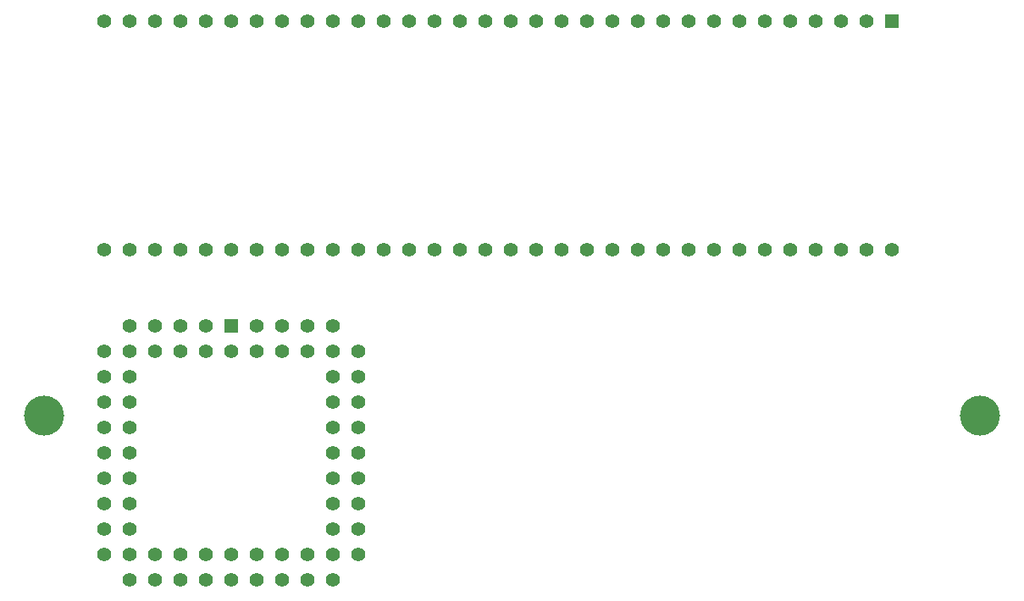
<source format=gbr>
%TF.GenerationSoftware,KiCad,Pcbnew,(5.1.10)-1*%
%TF.CreationDate,2021-07-15T11:36:37+01:00*%
%TF.ProjectId,A600 68k PLCC to DIP64 v2,41363030-2036-4386-9b20-504c43432074,1*%
%TF.SameCoordinates,Original*%
%TF.FileFunction,Soldermask,Bot*%
%TF.FilePolarity,Negative*%
%FSLAX46Y46*%
G04 Gerber Fmt 4.6, Leading zero omitted, Abs format (unit mm)*
G04 Created by KiCad (PCBNEW (5.1.10)-1) date 2021-07-15 11:36:37*
%MOMM*%
%LPD*%
G01*
G04 APERTURE LIST*
%ADD10C,1.422400*%
%ADD11R,1.422400X1.422400*%
%ADD12C,0.700000*%
%ADD13C,4.000000*%
G04 APERTURE END LIST*
D10*
%TO.C,U1*%
X127000000Y-114300000D03*
X124460000Y-114300000D03*
X121920000Y-114300000D03*
X119380000Y-114300000D03*
X129540000Y-114300000D03*
X132080000Y-114300000D03*
X134620000Y-114300000D03*
X137160000Y-114300000D03*
D11*
X129540000Y-111760000D03*
D10*
X127000000Y-111760000D03*
X124460000Y-111760000D03*
X121920000Y-111760000D03*
X119380000Y-111760000D03*
X132080000Y-111760000D03*
X134620000Y-111760000D03*
X137160000Y-111760000D03*
X119380000Y-116840000D03*
X119380000Y-119380000D03*
X119380000Y-121920000D03*
X119380000Y-124460000D03*
X119380000Y-127000000D03*
X119380000Y-129540000D03*
X119380000Y-132080000D03*
X119380000Y-134620000D03*
X116840000Y-114300000D03*
X116840000Y-116840000D03*
X116840000Y-119380000D03*
X116840000Y-121920000D03*
X116840000Y-124460000D03*
X116840000Y-127000000D03*
X116840000Y-129540000D03*
X116840000Y-132080000D03*
X116840000Y-134620000D03*
X121920000Y-134620000D03*
X124460000Y-134620000D03*
X127000000Y-134620000D03*
X129540000Y-134620000D03*
X132080000Y-134620000D03*
X134620000Y-134620000D03*
X137160000Y-134620000D03*
X139700000Y-134620000D03*
X142240000Y-134620000D03*
X119380000Y-137160000D03*
X121920000Y-137160000D03*
X124460000Y-137160000D03*
X127000000Y-137160000D03*
X129540000Y-137160000D03*
X132080000Y-137160000D03*
X134620000Y-137160000D03*
X137160000Y-137160000D03*
X139700000Y-137160000D03*
X139700000Y-132080000D03*
X139700000Y-129540000D03*
X139700000Y-127000000D03*
X139700000Y-124460000D03*
X139700000Y-121920000D03*
X139700000Y-119380000D03*
X139700000Y-116840000D03*
X139700000Y-114300000D03*
X139700000Y-111760000D03*
X142240000Y-132080000D03*
X142240000Y-129540000D03*
X142240000Y-127000000D03*
X142240000Y-124460000D03*
X142240000Y-121920000D03*
X142240000Y-119380000D03*
X142240000Y-116840000D03*
X142240000Y-114300000D03*
%TD*%
%TO.C,U2*%
X195580000Y-104140000D03*
X116840000Y-81280000D03*
X193040000Y-104140000D03*
X119380000Y-81280000D03*
X190500000Y-104140000D03*
X121920000Y-81280000D03*
X187960000Y-104140000D03*
X124460000Y-81280000D03*
X185420000Y-104140000D03*
X127000000Y-81280000D03*
X182880000Y-104140000D03*
X129540000Y-81280000D03*
X180340000Y-104140000D03*
X132080000Y-81280000D03*
X177800000Y-104140000D03*
X134620000Y-81280000D03*
X175260000Y-104140000D03*
X137160000Y-81280000D03*
X172720000Y-104140000D03*
X139700000Y-81280000D03*
X170180000Y-104140000D03*
X142240000Y-81280000D03*
X167640000Y-104140000D03*
X144780000Y-81280000D03*
X165100000Y-104140000D03*
X147320000Y-81280000D03*
X162560000Y-104140000D03*
X149860000Y-81280000D03*
X160020000Y-104140000D03*
X152400000Y-81280000D03*
X157480000Y-104140000D03*
X154940000Y-81280000D03*
X154940000Y-104140000D03*
X157480000Y-81280000D03*
X152400000Y-104140000D03*
X160020000Y-81280000D03*
X149860000Y-104140000D03*
X162560000Y-81280000D03*
X147320000Y-104140000D03*
X165100000Y-81280000D03*
X144780000Y-104140000D03*
X167640000Y-81280000D03*
X142240000Y-104140000D03*
X170180000Y-81280000D03*
X139700000Y-104140000D03*
X172720000Y-81280000D03*
X137160000Y-104140000D03*
X175260000Y-81280000D03*
X134620000Y-104140000D03*
X177800000Y-81280000D03*
X132080000Y-104140000D03*
X180340000Y-81280000D03*
X129540000Y-104140000D03*
X182880000Y-81280000D03*
X127000000Y-104140000D03*
X185420000Y-81280000D03*
X124460000Y-104140000D03*
X187960000Y-81280000D03*
X121920000Y-104140000D03*
X190500000Y-81280000D03*
X119380000Y-104140000D03*
X193040000Y-81280000D03*
X116840000Y-104140000D03*
D11*
X195580000Y-81280000D03*
%TD*%
D12*
%TO.C,H1*%
X111941000Y-119669000D03*
X110880000Y-119230000D03*
X109819000Y-119669000D03*
X109380000Y-120730000D03*
X109819000Y-121791000D03*
X110880000Y-122230000D03*
X111941000Y-121791000D03*
X112380000Y-120730000D03*
D13*
X110880000Y-120730000D03*
%TD*%
D12*
%TO.C,H2*%
X205441000Y-119669000D03*
X204380000Y-119230000D03*
X203319000Y-119669000D03*
X202880000Y-120730000D03*
X203319000Y-121791000D03*
X204380000Y-122230000D03*
X205441000Y-121791000D03*
X205880000Y-120730000D03*
D13*
X204380000Y-120730000D03*
%TD*%
M02*

</source>
